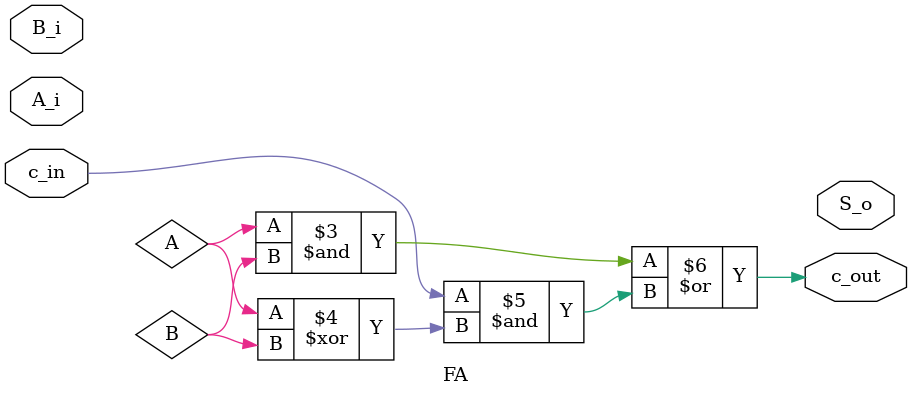
<source format=sv>
module HA(  
    input logic A_i,
    input logic B_i,
    output logic S_o,
    output logic c_out
);

assign S = A ^ B;
assign c_out = A & B;

endmodule

// full adder, 1 bit
module FA(
    input logic A_i,
    input logic B_i,
    input logic c_in,
    output logic S_o,
    output logic c_out
);

assign S = A ^ B ^ c_in;
assign c_out = (A & B) | (c_in & (A ^ B));

endmodule
</source>
